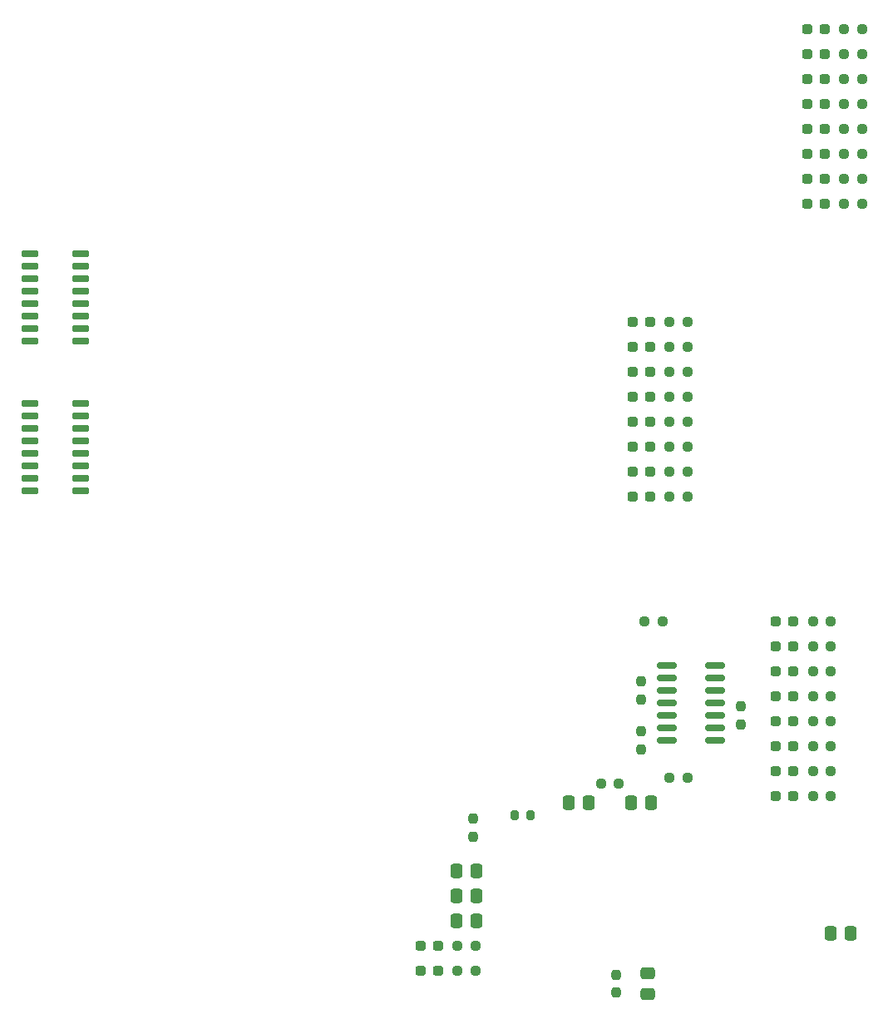
<source format=gbr>
%TF.GenerationSoftware,KiCad,Pcbnew,(6.0.10)*%
%TF.CreationDate,2023-01-13T13:11:36+01:00*%
%TF.ProjectId,z80-test-board,7a38302d-7465-4737-942d-626f6172642e,rev?*%
%TF.SameCoordinates,Original*%
%TF.FileFunction,Paste,Top*%
%TF.FilePolarity,Positive*%
%FSLAX46Y46*%
G04 Gerber Fmt 4.6, Leading zero omitted, Abs format (unit mm)*
G04 Created by KiCad (PCBNEW (6.0.10)) date 2023-01-13 13:11:36*
%MOMM*%
%LPD*%
G01*
G04 APERTURE LIST*
G04 Aperture macros list*
%AMRoundRect*
0 Rectangle with rounded corners*
0 $1 Rounding radius*
0 $2 $3 $4 $5 $6 $7 $8 $9 X,Y pos of 4 corners*
0 Add a 4 corners polygon primitive as box body*
4,1,4,$2,$3,$4,$5,$6,$7,$8,$9,$2,$3,0*
0 Add four circle primitives for the rounded corners*
1,1,$1+$1,$2,$3*
1,1,$1+$1,$4,$5*
1,1,$1+$1,$6,$7*
1,1,$1+$1,$8,$9*
0 Add four rect primitives between the rounded corners*
20,1,$1+$1,$2,$3,$4,$5,0*
20,1,$1+$1,$4,$5,$6,$7,0*
20,1,$1+$1,$6,$7,$8,$9,0*
20,1,$1+$1,$8,$9,$2,$3,0*%
G04 Aperture macros list end*
%ADD10RoundRect,0.237500X0.237500X-0.250000X0.237500X0.250000X-0.237500X0.250000X-0.237500X-0.250000X0*%
%ADD11RoundRect,0.250000X0.337500X0.475000X-0.337500X0.475000X-0.337500X-0.475000X0.337500X-0.475000X0*%
%ADD12RoundRect,0.237500X0.287500X0.237500X-0.287500X0.237500X-0.287500X-0.237500X0.287500X-0.237500X0*%
%ADD13RoundRect,0.237500X0.250000X0.237500X-0.250000X0.237500X-0.250000X-0.237500X0.250000X-0.237500X0*%
%ADD14RoundRect,0.237500X-0.250000X-0.237500X0.250000X-0.237500X0.250000X0.237500X-0.250000X0.237500X0*%
%ADD15RoundRect,0.237500X-0.237500X0.250000X-0.237500X-0.250000X0.237500X-0.250000X0.237500X0.250000X0*%
%ADD16RoundRect,0.250000X-0.337500X-0.475000X0.337500X-0.475000X0.337500X0.475000X-0.337500X0.475000X0*%
%ADD17RoundRect,0.200000X0.200000X0.275000X-0.200000X0.275000X-0.200000X-0.275000X0.200000X-0.275000X0*%
%ADD18RoundRect,0.237500X-0.287500X-0.237500X0.287500X-0.237500X0.287500X0.237500X-0.287500X0.237500X0*%
%ADD19RoundRect,0.150000X-0.725000X-0.150000X0.725000X-0.150000X0.725000X0.150000X-0.725000X0.150000X0*%
%ADD20RoundRect,0.250000X-0.475000X0.337500X-0.475000X-0.337500X0.475000X-0.337500X0.475000X0.337500X0*%
%ADD21RoundRect,0.150000X-0.825000X-0.150000X0.825000X-0.150000X0.825000X0.150000X-0.825000X0.150000X0*%
G04 APERTURE END LIST*
D10*
%TO.C,R7*%
X133985000Y-110767500D03*
X133985000Y-108942500D03*
%TD*%
D11*
%TO.C,C7*%
X152167500Y-107315000D03*
X150092500Y-107315000D03*
%TD*%
D12*
%TO.C,D15*%
X169785000Y-36195000D03*
X168035000Y-36195000D03*
%TD*%
%TO.C,D23*%
X166610000Y-99060000D03*
X164860000Y-99060000D03*
%TD*%
%TO.C,D21*%
X166610000Y-93980000D03*
X164860000Y-93980000D03*
%TD*%
%TO.C,D5*%
X152005000Y-71120000D03*
X150255000Y-71120000D03*
%TD*%
D13*
%TO.C,R32*%
X170457500Y-99060000D03*
X168632500Y-99060000D03*
%TD*%
%TO.C,R14*%
X155852500Y-71120000D03*
X154027500Y-71120000D03*
%TD*%
D14*
%TO.C,R9*%
X132437500Y-121920000D03*
X134262500Y-121920000D03*
%TD*%
D12*
%TO.C,D20*%
X166610000Y-91440000D03*
X164860000Y-91440000D03*
%TD*%
D15*
%TO.C,R5*%
X161290000Y-97512500D03*
X161290000Y-99337500D03*
%TD*%
D13*
%TO.C,R23*%
X173632500Y-38735000D03*
X171807500Y-38735000D03*
%TD*%
D12*
%TO.C,D19*%
X166610000Y-88900000D03*
X164860000Y-88900000D03*
%TD*%
D13*
%TO.C,R19*%
X155852500Y-58420000D03*
X154027500Y-58420000D03*
%TD*%
D12*
%TO.C,D16*%
X169785000Y-33655000D03*
X168035000Y-33655000D03*
%TD*%
%TO.C,D6*%
X152005000Y-68580000D03*
X150255000Y-68580000D03*
%TD*%
%TO.C,D8*%
X152005000Y-63500000D03*
X150255000Y-63500000D03*
%TD*%
%TO.C,D22*%
X166610000Y-96520000D03*
X164860000Y-96520000D03*
%TD*%
D14*
%TO.C,R11*%
X151487500Y-88900000D03*
X153312500Y-88900000D03*
%TD*%
D11*
%TO.C,C5*%
X134387500Y-116840000D03*
X132312500Y-116840000D03*
%TD*%
D13*
%TO.C,R26*%
X173632500Y-31115000D03*
X171807500Y-31115000D03*
%TD*%
D12*
%TO.C,D9*%
X152005000Y-60960000D03*
X150255000Y-60960000D03*
%TD*%
D13*
%TO.C,R33*%
X170457500Y-101600000D03*
X168632500Y-101600000D03*
%TD*%
%TO.C,R10*%
X134262500Y-124460000D03*
X132437500Y-124460000D03*
%TD*%
D12*
%TO.C,D18*%
X169785000Y-28575000D03*
X168035000Y-28575000D03*
%TD*%
D13*
%TO.C,R15*%
X155852500Y-68580000D03*
X154027500Y-68580000D03*
%TD*%
D12*
%TO.C,D26*%
X166610000Y-106680000D03*
X164860000Y-106680000D03*
%TD*%
D13*
%TO.C,R31*%
X170457500Y-96520000D03*
X168632500Y-96520000D03*
%TD*%
D16*
%TO.C,C4*%
X132312500Y-119380000D03*
X134387500Y-119380000D03*
%TD*%
D17*
%TO.C,R6*%
X139890000Y-108585000D03*
X138240000Y-108585000D03*
%TD*%
D10*
%TO.C,R4*%
X151130000Y-101877500D03*
X151130000Y-100052500D03*
%TD*%
D18*
%TO.C,D1*%
X128665000Y-121920000D03*
X130415000Y-121920000D03*
%TD*%
D13*
%TO.C,R12*%
X155852500Y-76200000D03*
X154027500Y-76200000D03*
%TD*%
%TO.C,R18*%
X155852500Y-60960000D03*
X154027500Y-60960000D03*
%TD*%
%TO.C,R16*%
X155852500Y-66040000D03*
X154027500Y-66040000D03*
%TD*%
D12*
%TO.C,D11*%
X169785000Y-46355000D03*
X168035000Y-46355000D03*
%TD*%
D13*
%TO.C,R21*%
X173632500Y-43815000D03*
X171807500Y-43815000D03*
%TD*%
D15*
%TO.C,R1*%
X148590000Y-124817500D03*
X148590000Y-126642500D03*
%TD*%
D13*
%TO.C,R28*%
X170457500Y-88900000D03*
X168632500Y-88900000D03*
%TD*%
%TO.C,R34*%
X170457500Y-104140000D03*
X168632500Y-104140000D03*
%TD*%
D12*
%TO.C,D10*%
X152005000Y-58420000D03*
X150255000Y-58420000D03*
%TD*%
D13*
%TO.C,R20*%
X173632500Y-46355000D03*
X171807500Y-46355000D03*
%TD*%
D12*
%TO.C,D25*%
X166610000Y-104140000D03*
X164860000Y-104140000D03*
%TD*%
D13*
%TO.C,R24*%
X173632500Y-36195000D03*
X171807500Y-36195000D03*
%TD*%
D12*
%TO.C,D14*%
X169785000Y-38735000D03*
X168035000Y-38735000D03*
%TD*%
%TO.C,D13*%
X169785000Y-41275000D03*
X168035000Y-41275000D03*
%TD*%
D18*
%TO.C,D2*%
X128665000Y-124460000D03*
X130415000Y-124460000D03*
%TD*%
D11*
%TO.C,C2*%
X172487500Y-120650000D03*
X170412500Y-120650000D03*
%TD*%
D13*
%TO.C,R13*%
X155852500Y-73660000D03*
X154027500Y-73660000D03*
%TD*%
D14*
%TO.C,R2*%
X154027500Y-104775000D03*
X155852500Y-104775000D03*
%TD*%
D19*
%TO.C,U2*%
X88865000Y-51435000D03*
X88865000Y-52705000D03*
X88865000Y-53975000D03*
X88865000Y-55245000D03*
X88865000Y-56515000D03*
X88865000Y-57785000D03*
X88865000Y-59055000D03*
X88865000Y-60325000D03*
X94015000Y-60325000D03*
X94015000Y-59055000D03*
X94015000Y-57785000D03*
X94015000Y-56515000D03*
X94015000Y-55245000D03*
X94015000Y-53975000D03*
X94015000Y-52705000D03*
X94015000Y-51435000D03*
%TD*%
D14*
%TO.C,R8*%
X147042500Y-105410000D03*
X148867500Y-105410000D03*
%TD*%
D12*
%TO.C,D4*%
X152005000Y-73660000D03*
X150255000Y-73660000D03*
%TD*%
D13*
%TO.C,R22*%
X173632500Y-41275000D03*
X171807500Y-41275000D03*
%TD*%
%TO.C,R27*%
X173632500Y-28575000D03*
X171807500Y-28575000D03*
%TD*%
%TO.C,R17*%
X155852500Y-63500000D03*
X154027500Y-63500000D03*
%TD*%
%TO.C,R35*%
X170457500Y-106680000D03*
X168632500Y-106680000D03*
%TD*%
D11*
%TO.C,C3*%
X145817500Y-107315000D03*
X143742500Y-107315000D03*
%TD*%
D19*
%TO.C,U3*%
X88865000Y-66675000D03*
X88865000Y-67945000D03*
X88865000Y-69215000D03*
X88865000Y-70485000D03*
X88865000Y-71755000D03*
X88865000Y-73025000D03*
X88865000Y-74295000D03*
X88865000Y-75565000D03*
X94015000Y-75565000D03*
X94015000Y-74295000D03*
X94015000Y-73025000D03*
X94015000Y-71755000D03*
X94015000Y-70485000D03*
X94015000Y-69215000D03*
X94015000Y-67945000D03*
X94015000Y-66675000D03*
%TD*%
D13*
%TO.C,R29*%
X170457500Y-91440000D03*
X168632500Y-91440000D03*
%TD*%
D11*
%TO.C,C1*%
X134387500Y-114300000D03*
X132312500Y-114300000D03*
%TD*%
D12*
%TO.C,D17*%
X169785000Y-31115000D03*
X168035000Y-31115000D03*
%TD*%
%TO.C,D7*%
X152005000Y-66040000D03*
X150255000Y-66040000D03*
%TD*%
D20*
%TO.C,C6*%
X151765000Y-124692500D03*
X151765000Y-126767500D03*
%TD*%
D13*
%TO.C,R25*%
X173632500Y-33655000D03*
X171807500Y-33655000D03*
%TD*%
D12*
%TO.C,D12*%
X169785000Y-43815000D03*
X168035000Y-43815000D03*
%TD*%
D21*
%TO.C,U1*%
X153735000Y-93345000D03*
X153735000Y-94615000D03*
X153735000Y-95885000D03*
X153735000Y-97155000D03*
X153735000Y-98425000D03*
X153735000Y-99695000D03*
X153735000Y-100965000D03*
X158685000Y-100965000D03*
X158685000Y-99695000D03*
X158685000Y-98425000D03*
X158685000Y-97155000D03*
X158685000Y-95885000D03*
X158685000Y-94615000D03*
X158685000Y-93345000D03*
%TD*%
D13*
%TO.C,R30*%
X170457500Y-93980000D03*
X168632500Y-93980000D03*
%TD*%
D12*
%TO.C,D3*%
X152005000Y-76200000D03*
X150255000Y-76200000D03*
%TD*%
%TO.C,D24*%
X166610000Y-101600000D03*
X164860000Y-101600000D03*
%TD*%
D10*
%TO.C,R3*%
X151130000Y-96797500D03*
X151130000Y-94972500D03*
%TD*%
M02*

</source>
